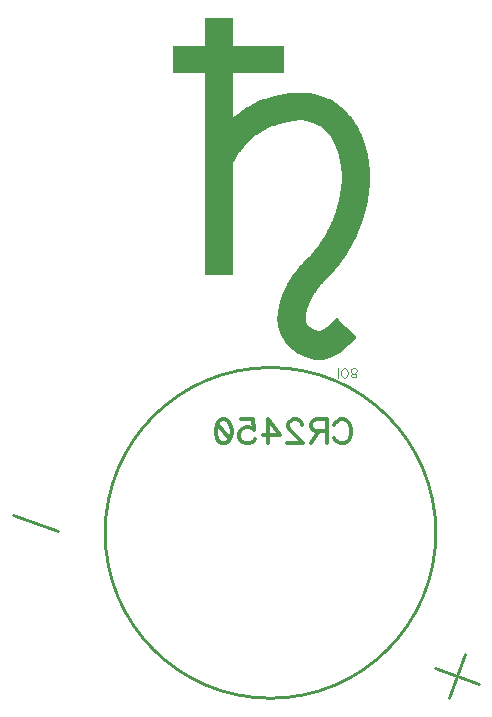
<source format=gbo>
G04 DipTrace 2.3.1.0*
%INBottomSilk.gbr*%
%MOMM*%
%ADD10C,0.25*%
%ADD12C,0.076*%
%ADD117C,0.118*%
%ADD118C,0.314*%
%FSLAX53Y53*%
G04*
G71*
G90*
G75*
G01*
%LNBotSilk*%
%LPD*%
X18978Y29675D2*
D10*
X15216Y31045D1*
X50921Y18044D2*
X54683Y16681D1*
X52118Y15480D2*
X53486Y19245D1*
X23001Y29500D2*
G02X23001Y29500I13999J0D01*
G01*
X31428Y73114D2*
D12*
X33708D1*
X31428Y73038D2*
X33708D1*
X31428Y72962D2*
X33708D1*
X31428Y72886D2*
X33708D1*
X31428Y72810D2*
X33708D1*
X31428Y72734D2*
X33708D1*
X31428Y72658D2*
X33708D1*
X31428Y72582D2*
X33708D1*
X31428Y72506D2*
X33708D1*
X31428Y72430D2*
X33708D1*
X31428Y72354D2*
X33708D1*
X31428Y72278D2*
X33708D1*
X31428Y72202D2*
X33708D1*
X31428Y72126D2*
X33708D1*
X31428Y72050D2*
X33708D1*
X31428Y71974D2*
X33708D1*
X31428Y71898D2*
X33708D1*
X31428Y71822D2*
X33708D1*
X31428Y71746D2*
X33708D1*
X31428Y71670D2*
X33708D1*
X31428Y71594D2*
X33708D1*
X31428Y71518D2*
X33708D1*
X31428Y71442D2*
X33708D1*
X31428Y71366D2*
X33708D1*
X31428Y71290D2*
X33708D1*
X31428Y71214D2*
X33708D1*
X31428Y71138D2*
X33708D1*
X31428Y71062D2*
X33708D1*
X31428Y70986D2*
X33708D1*
X31428Y70910D2*
X33708D1*
X31428Y70834D2*
X33708D1*
X31428Y70758D2*
X33708D1*
X28768Y70682D2*
X38040D1*
X28768Y70606D2*
X38040D1*
X28768Y70530D2*
X38040D1*
X28768Y70454D2*
X38040D1*
X28768Y70378D2*
X38040D1*
X28768Y70302D2*
X38040D1*
X28768Y70226D2*
X38040D1*
X28768Y70150D2*
X38040D1*
X28768Y70074D2*
X38040D1*
X28768Y69998D2*
X38040D1*
X28768Y69922D2*
X38040D1*
X28768Y69846D2*
X38040D1*
X28768Y69770D2*
X38040D1*
X28768Y69694D2*
X38040D1*
X28768Y69618D2*
X38040D1*
X28768Y69542D2*
X38040D1*
X28768Y69466D2*
X38040D1*
X28768Y69390D2*
X38040D1*
X28768Y69314D2*
X38040D1*
X28768Y69238D2*
X38040D1*
X28768Y69162D2*
X38040D1*
X28768Y69086D2*
X38040D1*
X28768Y69010D2*
X38040D1*
X28768Y68934D2*
X38040D1*
X28768Y68858D2*
X38040D1*
X28768Y68782D2*
X38040D1*
X28768Y68706D2*
X38040D1*
X28768Y68630D2*
X38040D1*
X28768Y68554D2*
X38040D1*
X28768Y68478D2*
X38040D1*
X31428Y68402D2*
X33708D1*
X31428Y68326D2*
X33708D1*
X31428Y68250D2*
X33708D1*
X31428Y68174D2*
X33708D1*
X31428Y68098D2*
X33708D1*
X31428Y68022D2*
X33708D1*
X31428Y67946D2*
X33708D1*
X31428Y67870D2*
X33708D1*
X31428Y67794D2*
X33708D1*
X31428Y67718D2*
X33708D1*
X31428Y67642D2*
X33708D1*
X31428Y67566D2*
X33708D1*
X31428Y67490D2*
X33708D1*
X31428Y67414D2*
X33708D1*
X31428Y67338D2*
X33708D1*
X31428Y67262D2*
X33708D1*
X31428Y67186D2*
X33708D1*
X31428Y67110D2*
X33708D1*
X31428Y67034D2*
X33708D1*
X31428Y66958D2*
X33708D1*
X31428Y66882D2*
X33708D1*
X31428Y66806D2*
X33708D1*
X31428Y66730D2*
X33708D1*
X38572D2*
X40244D1*
X31428Y66654D2*
X33708D1*
X38137D2*
X40603D1*
X31428Y66578D2*
X33708D1*
X37745D2*
X40919D1*
X31428Y66502D2*
X33708D1*
X37396D2*
X41192D1*
X31428Y66426D2*
X33708D1*
X37083D2*
X41429D1*
X31428Y66350D2*
X33708D1*
X36804D2*
X41636D1*
X31428Y66274D2*
X33708D1*
X36559D2*
X41817D1*
X31428Y66198D2*
X33708D1*
X36345D2*
X41980D1*
X31428Y66122D2*
X33708D1*
X36152D2*
X42127D1*
X31428Y66046D2*
X33708D1*
X35970D2*
X42261D1*
X31428Y65970D2*
X33708D1*
X35802D2*
X42382D1*
X31428Y65894D2*
X33708D1*
X35653D2*
X42492D1*
X31428Y65818D2*
X33708D1*
X35512D2*
X42597D1*
X31428Y65742D2*
X33708D1*
X35373D2*
X42700D1*
X31428Y65666D2*
X33708D1*
X35236D2*
X42800D1*
X31428Y65590D2*
X33708D1*
X35108D2*
X42891D1*
X31428Y65514D2*
X33708D1*
X34987D2*
X42974D1*
X31428Y65438D2*
X33708D1*
X34869D2*
X43054D1*
X31428Y65362D2*
X33708D1*
X34754D2*
X43131D1*
X31428Y65286D2*
X33708D1*
X34640D2*
X43208D1*
X31428Y65210D2*
X33708D1*
X34528D2*
X43284D1*
X31428Y65134D2*
X33708D1*
X34421D2*
X43360D1*
X31428Y65058D2*
X33708D1*
X34318D2*
X43436D1*
X31428Y64982D2*
X33708D1*
X34215D2*
X43512D1*
X31428Y64906D2*
X33708D1*
X34116D2*
X43588D1*
X31428Y64830D2*
X33711D1*
X34022D2*
X43661D1*
X31428Y64754D2*
X33723D1*
X33927D2*
X43727D1*
X31428Y64678D2*
X33749D1*
X33821D2*
X43785D1*
X31428Y64602D2*
X43841D1*
X31428Y64526D2*
X43901D1*
X31428Y64450D2*
X38909D1*
X39983D2*
X43960D1*
X31428Y64374D2*
X38456D1*
X40287D2*
X44012D1*
X31428Y64298D2*
X38069D1*
X40535D2*
X44058D1*
X31428Y64222D2*
X37749D1*
X40735D2*
X44102D1*
X31428Y64146D2*
X37484D1*
X40900D2*
X44148D1*
X31428Y64070D2*
X37263D1*
X41040D2*
X44198D1*
X31428Y63994D2*
X37069D1*
X41164D2*
X44244D1*
X31428Y63918D2*
X36892D1*
X41273D2*
X44287D1*
X31428Y63842D2*
X36733D1*
X41368D2*
X44327D1*
X31428Y63766D2*
X36584D1*
X41453D2*
X44366D1*
X31428Y63690D2*
X36440D1*
X41533D2*
X44405D1*
X31428Y63614D2*
X36302D1*
X41611D2*
X44443D1*
X31428Y63538D2*
X36173D1*
X41688D2*
X44481D1*
X31428Y63462D2*
X36051D1*
X41764D2*
X44519D1*
X31428Y63386D2*
X35934D1*
X41840D2*
X44557D1*
X31428Y63310D2*
X35821D1*
X41913D2*
X44592D1*
X31428Y63234D2*
X35716D1*
X41979D2*
X44623D1*
X31428Y63158D2*
X35623D1*
X42037D2*
X44650D1*
X31428Y63082D2*
X35538D1*
X42091D2*
X44680D1*
X31428Y63006D2*
X35455D1*
X42143D2*
X44713D1*
X31428Y62930D2*
X35368D1*
X42192D2*
X44746D1*
X31428Y62854D2*
X35273D1*
X42235D2*
X44776D1*
X31428Y62778D2*
X35178D1*
X42275D2*
X44802D1*
X31428Y62702D2*
X35089D1*
X42314D2*
X44829D1*
X31428Y62626D2*
X35008D1*
X42353D2*
X44855D1*
X31428Y62550D2*
X34939D1*
X42391D2*
X44879D1*
X31428Y62474D2*
X34880D1*
X42429D2*
X44905D1*
X31428Y62398D2*
X34823D1*
X42464D2*
X44931D1*
X31428Y62322D2*
X34760D1*
X42495D2*
X44955D1*
X31428Y62246D2*
X34694D1*
X42522D2*
X44981D1*
X31428Y62170D2*
X34631D1*
X42552D2*
X45004D1*
X31428Y62094D2*
X34574D1*
X42585D2*
X45022D1*
X31428Y62018D2*
X34518D1*
X42618D2*
X45039D1*
X31428Y61942D2*
X34455D1*
X42648D2*
X45061D1*
X31428Y61866D2*
X34387D1*
X42674D2*
X45082D1*
X31428Y61790D2*
X34317D1*
X42701D2*
X45098D1*
X31428Y61714D2*
X34252D1*
X42724D2*
X45115D1*
X31428Y61638D2*
X34198D1*
X42742D2*
X45137D1*
X31428Y61562D2*
X34151D1*
X42759D2*
X45158D1*
X31428Y61486D2*
X34107D1*
X42781D2*
X45171D1*
X31428Y61410D2*
X34060D1*
X42802D2*
X45179D1*
X31428Y61334D2*
X34010D1*
X42818D2*
X45185D1*
X31428Y61258D2*
X33964D1*
X42835D2*
X45196D1*
X31428Y61182D2*
X33921D1*
X42857D2*
X45215D1*
X31428Y61106D2*
X33878D1*
X42878D2*
X45234D1*
X31428Y61030D2*
X33832D1*
X42891D2*
X45248D1*
X31428Y60954D2*
X33785D1*
X42899D2*
X45255D1*
X31428Y60878D2*
X33749D1*
X42905D2*
X45258D1*
X31428Y60802D2*
X33727D1*
X42916D2*
X45259D1*
X31428Y60726D2*
X33716D1*
X42935D2*
X45263D1*
X31428Y60650D2*
X33711D1*
X42954D2*
X45273D1*
X31428Y60574D2*
X33709D1*
X42968D2*
X45291D1*
X31428Y60498D2*
X33708D1*
X42975D2*
X45310D1*
X31428Y60422D2*
X33708D1*
X42978D2*
X45324D1*
X31428Y60346D2*
X33708D1*
X42982D2*
X45331D1*
X31428Y60270D2*
X33708D1*
X42992D2*
X45334D1*
X31428Y60194D2*
X33708D1*
X43011D2*
X45335D1*
X31428Y60118D2*
X33708D1*
X43030D2*
X45336D1*
X31428Y60042D2*
X33708D1*
X43044D2*
X45336D1*
X31428Y59966D2*
X33708D1*
X43051D2*
X45336D1*
X31428Y59890D2*
X33708D1*
X43054D2*
X45336D1*
X31428Y59814D2*
X33708D1*
X43055D2*
X45336D1*
X31428Y59738D2*
X33708D1*
X43056D2*
X45336D1*
X31428Y59662D2*
X33708D1*
X43056D2*
X45336D1*
X31428Y59586D2*
X33708D1*
X43056D2*
X45336D1*
X31428Y59510D2*
X33708D1*
X43056D2*
X45336D1*
X31428Y59434D2*
X33708D1*
X43056D2*
X45336D1*
X31428Y59358D2*
X33708D1*
X43056D2*
X45336D1*
X31428Y59282D2*
X33708D1*
X43053D2*
X45336D1*
X31428Y59206D2*
X33708D1*
X43043D2*
X45336D1*
X31428Y59130D2*
X33708D1*
X43025D2*
X45336D1*
X31428Y59054D2*
X33708D1*
X43006D2*
X45336D1*
X31428Y58978D2*
X33708D1*
X42992D2*
X45336D1*
X31428Y58902D2*
X33708D1*
X42985D2*
X45333D1*
X31428Y58826D2*
X33708D1*
X42982D2*
X45323D1*
X31428Y58750D2*
X33708D1*
X42978D2*
X45305D1*
X31428Y58674D2*
X33708D1*
X42968D2*
X45286D1*
X31428Y58598D2*
X33708D1*
X42949D2*
X45272D1*
X31428Y58522D2*
X33708D1*
X42930D2*
X45265D1*
X31428Y58446D2*
X33708D1*
X42916D2*
X45262D1*
X31428Y58370D2*
X33708D1*
X42909D2*
X45261D1*
X31428Y58294D2*
X33708D1*
X42906D2*
X45260D1*
X31428Y58218D2*
X33708D1*
X42902D2*
X45257D1*
X31428Y58142D2*
X33708D1*
X42892D2*
X45247D1*
X31428Y58066D2*
X33708D1*
X42873D2*
X45229D1*
X31428Y57990D2*
X33708D1*
X42854D2*
X45210D1*
X31428Y57914D2*
X33708D1*
X42840D2*
X45196D1*
X31428Y57838D2*
X33708D1*
X42830D2*
X45189D1*
X31428Y57762D2*
X33708D1*
X42817D2*
X45183D1*
X31428Y57686D2*
X33708D1*
X42798D2*
X45172D1*
X31428Y57610D2*
X33708D1*
X42775D2*
X45153D1*
X31428Y57534D2*
X33708D1*
X42752D2*
X45134D1*
X31428Y57458D2*
X33708D1*
X42727D2*
X45120D1*
X31428Y57382D2*
X33708D1*
X42704D2*
X45110D1*
X31428Y57306D2*
X33708D1*
X42686D2*
X45097D1*
X31428Y57230D2*
X33708D1*
X42669D2*
X45078D1*
X31428Y57154D2*
X33708D1*
X42647D2*
X45058D1*
X31428Y57078D2*
X33708D1*
X42624D2*
X45042D1*
X31428Y57002D2*
X33708D1*
X42600D2*
X45025D1*
X31428Y56926D2*
X33708D1*
X42575D2*
X45003D1*
X31428Y56850D2*
X33708D1*
X42552D2*
X44979D1*
X31428Y56774D2*
X33708D1*
X42534D2*
X44956D1*
X31428Y56698D2*
X33708D1*
X42517D2*
X44930D1*
X31428Y56622D2*
X33708D1*
X42492D2*
X44905D1*
X31428Y56546D2*
X33708D1*
X42462D2*
X44881D1*
X31428Y56470D2*
X33708D1*
X42430D2*
X44855D1*
X31428Y56394D2*
X33708D1*
X42400D2*
X44832D1*
X31428Y56318D2*
X33708D1*
X42374D2*
X44814D1*
X31428Y56242D2*
X33708D1*
X42347D2*
X44797D1*
X31428Y56166D2*
X33708D1*
X42321D2*
X44775D1*
X31428Y56090D2*
X33708D1*
X42296D2*
X44752D1*
X31428Y56014D2*
X33708D1*
X42268D2*
X44728D1*
X31428Y55938D2*
X33708D1*
X42235D2*
X44702D1*
X31428Y55862D2*
X33708D1*
X42199D2*
X44677D1*
X31428Y55786D2*
X33708D1*
X42162D2*
X44652D1*
X31428Y55710D2*
X33708D1*
X42125D2*
X44624D1*
X31428Y55634D2*
X33708D1*
X42087D2*
X44591D1*
X31428Y55558D2*
X33708D1*
X42049D2*
X44558D1*
X31428Y55482D2*
X33708D1*
X42011D2*
X44528D1*
X31428Y55406D2*
X33708D1*
X41973D2*
X44502D1*
X31428Y55330D2*
X33708D1*
X41935D2*
X44475D1*
X31428Y55254D2*
X33708D1*
X41897D2*
X44449D1*
X31428Y55178D2*
X33708D1*
X41859D2*
X44424D1*
X31428Y55102D2*
X33708D1*
X41821D2*
X44396D1*
X31428Y55026D2*
X33708D1*
X41783D2*
X44363D1*
X31428Y54950D2*
X33708D1*
X41745D2*
X44327D1*
X31428Y54874D2*
X33708D1*
X41707D2*
X44291D1*
X31428Y54798D2*
X33708D1*
X41669D2*
X44255D1*
X31428Y54722D2*
X33708D1*
X41628D2*
X44225D1*
X31428Y54646D2*
X33708D1*
X41583D2*
X44198D1*
X31428Y54570D2*
X33708D1*
X41534D2*
X44168D1*
X31428Y54494D2*
X33708D1*
X41485D2*
X44135D1*
X31428Y54418D2*
X33708D1*
X41435D2*
X44099D1*
X31428Y54342D2*
X33708D1*
X41383D2*
X44060D1*
X31428Y54266D2*
X33708D1*
X41333D2*
X44015D1*
X31428Y54190D2*
X33708D1*
X41283D2*
X43966D1*
X31428Y54114D2*
X33708D1*
X41231D2*
X43920D1*
X31428Y54038D2*
X33708D1*
X41181D2*
X43877D1*
X31428Y53962D2*
X33708D1*
X41128D2*
X43837D1*
X31428Y53886D2*
X33708D1*
X41070D2*
X43798D1*
X31428Y53810D2*
X33708D1*
X41011D2*
X43759D1*
X31428Y53734D2*
X33708D1*
X40957D2*
X43721D1*
X31428Y53658D2*
X33708D1*
X40902D2*
X43680D1*
X31428Y53582D2*
X33708D1*
X40840D2*
X43635D1*
X31428Y53506D2*
X33708D1*
X40774D2*
X43586D1*
X31428Y53430D2*
X33708D1*
X40710D2*
X43540D1*
X31428Y53354D2*
X33708D1*
X40654D2*
X43497D1*
X31428Y53278D2*
X33708D1*
X40598D2*
X43454D1*
X31428Y53202D2*
X33708D1*
X40535D2*
X43408D1*
X31428Y53126D2*
X33708D1*
X40467D2*
X43358D1*
X31428Y53050D2*
X33708D1*
X40394D2*
X43309D1*
X31428Y52974D2*
X33708D1*
X40317D2*
X43259D1*
X31428Y52898D2*
X33708D1*
X40234D2*
X43207D1*
X31428Y52822D2*
X33708D1*
X40150D2*
X43157D1*
X31428Y52746D2*
X33708D1*
X40072D2*
X43104D1*
X31428Y52670D2*
X33708D1*
X40003D2*
X43046D1*
X31428Y52594D2*
X33708D1*
X39933D2*
X42987D1*
X31428Y52518D2*
X33708D1*
X39861D2*
X42933D1*
X31428Y52442D2*
X33708D1*
X39787D2*
X42878D1*
X31428Y52366D2*
X33708D1*
X39711D2*
X42818D1*
X31428Y52290D2*
X33708D1*
X39636D2*
X42759D1*
X31428Y52214D2*
X33708D1*
X39563D2*
X42705D1*
X31428Y52138D2*
X33708D1*
X39497D2*
X42650D1*
X31428Y52062D2*
X33708D1*
X39439D2*
X42588D1*
X31428Y51986D2*
X33708D1*
X39383D2*
X42522D1*
X31428Y51910D2*
X33708D1*
X39323D2*
X42458D1*
X31428Y51834D2*
X33708D1*
X39263D2*
X42402D1*
X31428Y51758D2*
X33708D1*
X39209D2*
X42346D1*
X31428Y51682D2*
X33708D1*
X39154D2*
X42283D1*
X31428Y51606D2*
X33708D1*
X39092D2*
X42215D1*
X31428Y51530D2*
X33708D1*
X39026D2*
X42142D1*
X31428Y51454D2*
X33708D1*
X38962D2*
X42067D1*
X31428Y51378D2*
X33708D1*
X38906D2*
X41992D1*
X38853Y51302D2*
X41916D1*
X38800Y51226D2*
X41840D1*
X38750Y51150D2*
X41764D1*
X38699Y51074D2*
X41688D1*
X38648Y50998D2*
X41612D1*
X38600Y50922D2*
X41536D1*
X38557Y50846D2*
X41460D1*
X38517Y50770D2*
X41387D1*
X38478Y50694D2*
X41321D1*
X38439Y50618D2*
X41263D1*
X38401Y50542D2*
X41206D1*
X38363Y50466D2*
X41144D1*
X38325Y50390D2*
X41075D1*
X38287Y50314D2*
X41005D1*
X38249Y50238D2*
X40940D1*
X38211Y50162D2*
X40883D1*
X38173Y50086D2*
X40829D1*
X38135Y50010D2*
X40776D1*
X38097Y49934D2*
X40726D1*
X38059Y49858D2*
X40675D1*
X38024Y49782D2*
X40624D1*
X37993Y49706D2*
X40576D1*
X37966Y49630D2*
X40533D1*
X37939Y49554D2*
X40493D1*
X37913Y49478D2*
X40454D1*
X37889Y49402D2*
X40415D1*
X37863Y49326D2*
X40377D1*
X37840Y49250D2*
X40339D1*
X37822Y49174D2*
X40301D1*
X37805Y49098D2*
X40263D1*
X37783Y49022D2*
X40228D1*
X37762Y48946D2*
X40197D1*
X37748Y48870D2*
X40170D1*
X37738Y48794D2*
X40140D1*
X37726Y48718D2*
X40107D1*
X37706Y48642D2*
X40074D1*
X37686Y48566D2*
X40047D1*
X37673Y48490D2*
X40028D1*
X37665Y48414D2*
X40010D1*
X37662Y48338D2*
X39988D1*
X37658Y48262D2*
X39967D1*
X37648Y48186D2*
X39953D1*
X37629Y48110D2*
X39945D1*
X37610Y48034D2*
X39942D1*
X37596Y47958D2*
X39941D1*
X37589Y47882D2*
X39940D1*
X37586Y47806D2*
X39940D1*
X37585Y47730D2*
X39940D1*
X37584Y47654D2*
X39940D1*
X42524D2*
X42600D1*
X37584Y47578D2*
X39940D1*
X42448D2*
X42676D1*
X37584Y47502D2*
X39940D1*
X42372D2*
X42752D1*
X37587Y47426D2*
X39943D1*
X42296D2*
X42828D1*
X37597Y47350D2*
X39956D1*
X42220D2*
X42904D1*
X37615Y47274D2*
X39986D1*
X42144D2*
X42980D1*
X37634Y47198D2*
X40034D1*
X42068D2*
X43056D1*
X37648Y47122D2*
X40091D1*
X41989D2*
X43135D1*
X37658Y47046D2*
X40153D1*
X41903D2*
X43221D1*
X37671Y46970D2*
X40226D1*
X41809D2*
X43315D1*
X37690Y46894D2*
X40310D1*
X41711D2*
X43410D1*
X37710Y46818D2*
X40407D1*
X41610D2*
X43500D1*
X37726Y46742D2*
X40535D1*
X41491D2*
X43583D1*
X37744Y46666D2*
X40733D1*
X41322D2*
X43662D1*
X37768Y46590D2*
X41029D1*
X41074D2*
X43739D1*
X37798Y46514D2*
X43816D1*
X37830Y46438D2*
X43892D1*
X37860Y46362D2*
X43968D1*
X37886Y46286D2*
X44041D1*
X37916Y46210D2*
X44104D1*
X37952Y46134D2*
X44155D1*
X37997Y46058D2*
X44170D1*
X38052Y45982D2*
X44149D1*
X38110Y45906D2*
X44086D1*
X38163Y45830D2*
X44004D1*
X38216Y45754D2*
X43914D1*
X38268Y45678D2*
X43827D1*
X38319Y45602D2*
X43745D1*
X38372Y45526D2*
X43666D1*
X38434Y45450D2*
X43588D1*
X38505Y45374D2*
X43509D1*
X38587Y45298D2*
X43423D1*
X38680Y45222D2*
X43329D1*
X38775Y45146D2*
X43231D1*
X38867Y45070D2*
X43132D1*
X38962Y44994D2*
X43030D1*
X39070Y44918D2*
X42929D1*
X39188Y44842D2*
X42826D1*
X39310Y44766D2*
X42714D1*
X39437Y44690D2*
X42593D1*
X39577Y44614D2*
X42468D1*
X39737Y44538D2*
X42327D1*
X39929Y44462D2*
X42157D1*
X40160Y44386D2*
X41950D1*
X40423Y44310D2*
X41713D1*
X40700Y44234D2*
X41460D1*
X31428Y73114D2*
Y73038D1*
Y72962D1*
Y72886D1*
Y72810D1*
Y72734D1*
Y72658D1*
Y72582D1*
Y72506D1*
Y72430D1*
Y72354D1*
Y72278D1*
Y72202D1*
Y72126D1*
Y72050D1*
Y71974D1*
Y71898D1*
Y71822D1*
Y71746D1*
Y71670D1*
Y71594D1*
Y71518D1*
Y71442D1*
Y71366D1*
Y71290D1*
Y71214D1*
Y71138D1*
Y71062D1*
Y70986D1*
Y70910D1*
Y70834D1*
Y70758D1*
Y70682D1*
X33708Y73114D2*
Y73038D1*
Y72962D1*
Y72886D1*
Y72810D1*
Y72734D1*
Y72658D1*
Y72582D1*
Y72506D1*
Y72430D1*
Y72354D1*
Y72278D1*
Y72202D1*
Y72126D1*
Y72050D1*
Y71974D1*
Y71898D1*
Y71822D1*
Y71746D1*
Y71670D1*
Y71594D1*
Y71518D1*
Y71442D1*
Y71366D1*
Y71290D1*
Y71214D1*
Y71138D1*
Y71062D1*
Y70986D1*
Y70910D1*
Y70834D1*
Y70758D1*
Y70682D1*
X28768D2*
Y70606D1*
Y70530D1*
Y70454D1*
Y70378D1*
Y70302D1*
Y70226D1*
Y70150D1*
Y70074D1*
Y69998D1*
Y69922D1*
Y69846D1*
Y69770D1*
Y69694D1*
Y69618D1*
Y69542D1*
Y69466D1*
Y69390D1*
Y69314D1*
Y69238D1*
Y69162D1*
Y69086D1*
Y69010D1*
Y68934D1*
Y68858D1*
Y68782D1*
Y68706D1*
Y68630D1*
Y68554D1*
Y68478D1*
X38040Y70682D2*
Y70606D1*
Y70530D1*
Y70454D1*
Y70378D1*
Y70302D1*
Y70226D1*
Y70150D1*
Y70074D1*
Y69998D1*
Y69922D1*
Y69846D1*
Y69770D1*
Y69694D1*
Y69618D1*
Y69542D1*
Y69466D1*
Y69390D1*
Y69314D1*
Y69238D1*
Y69162D1*
Y69086D1*
Y69010D1*
Y68934D1*
Y68858D1*
Y68782D1*
Y68706D1*
Y68630D1*
Y68554D1*
Y68478D1*
X31428D2*
Y68402D1*
Y68326D1*
Y68250D1*
Y68174D1*
Y68098D1*
Y68022D1*
Y67946D1*
Y67870D1*
Y67794D1*
Y67718D1*
Y67642D1*
Y67566D1*
Y67490D1*
Y67414D1*
Y67338D1*
Y67262D1*
Y67186D1*
Y67110D1*
Y67034D1*
Y66958D1*
Y66882D1*
Y66806D1*
Y66730D1*
Y66654D1*
Y66578D1*
Y66502D1*
Y66426D1*
Y66350D1*
Y66274D1*
Y66198D1*
Y66122D1*
Y66046D1*
Y65970D1*
Y65894D1*
Y65818D1*
Y65742D1*
Y65666D1*
Y65590D1*
Y65514D1*
Y65438D1*
Y65362D1*
Y65286D1*
Y65210D1*
Y65134D1*
Y65058D1*
Y64982D1*
Y64906D1*
Y64830D1*
Y64754D1*
Y64678D1*
Y64602D1*
Y64526D1*
Y64450D1*
Y64374D1*
Y64298D1*
Y64222D1*
Y64146D1*
Y64070D1*
Y63994D1*
Y63918D1*
Y63842D1*
Y63766D1*
Y63690D1*
Y63614D1*
Y63538D1*
Y63462D1*
Y63386D1*
Y63310D1*
Y63234D1*
Y63158D1*
Y63082D1*
Y63006D1*
Y62930D1*
Y62854D1*
Y62778D1*
Y62702D1*
Y62626D1*
Y62550D1*
Y62474D1*
Y62398D1*
Y62322D1*
Y62246D1*
Y62170D1*
Y62094D1*
Y62018D1*
Y61942D1*
Y61866D1*
Y61790D1*
Y61714D1*
Y61638D1*
Y61562D1*
Y61486D1*
Y61410D1*
Y61334D1*
Y61258D1*
Y61182D1*
Y61106D1*
Y61030D1*
Y60954D1*
Y60878D1*
Y60802D1*
Y60726D1*
Y60650D1*
Y60574D1*
Y60498D1*
Y60422D1*
Y60346D1*
Y60270D1*
Y60194D1*
Y60118D1*
Y60042D1*
Y59966D1*
Y59890D1*
Y59814D1*
Y59738D1*
Y59662D1*
Y59586D1*
Y59510D1*
Y59434D1*
Y59358D1*
Y59282D1*
Y59206D1*
Y59130D1*
Y59054D1*
Y58978D1*
Y58902D1*
Y58826D1*
Y58750D1*
Y58674D1*
Y58598D1*
Y58522D1*
Y58446D1*
Y58370D1*
Y58294D1*
Y58218D1*
Y58142D1*
Y58066D1*
Y57990D1*
Y57914D1*
Y57838D1*
Y57762D1*
Y57686D1*
Y57610D1*
Y57534D1*
Y57458D1*
Y57382D1*
Y57306D1*
Y57230D1*
Y57154D1*
Y57078D1*
Y57002D1*
Y56926D1*
Y56850D1*
Y56774D1*
Y56698D1*
Y56622D1*
Y56546D1*
Y56470D1*
Y56394D1*
Y56318D1*
Y56242D1*
Y56166D1*
Y56090D1*
Y56014D1*
Y55938D1*
Y55862D1*
Y55786D1*
Y55710D1*
Y55634D1*
Y55558D1*
Y55482D1*
Y55406D1*
Y55330D1*
Y55254D1*
Y55178D1*
Y55102D1*
Y55026D1*
Y54950D1*
Y54874D1*
Y54798D1*
Y54722D1*
Y54646D1*
Y54570D1*
Y54494D1*
Y54418D1*
Y54342D1*
Y54266D1*
Y54190D1*
Y54114D1*
Y54038D1*
Y53962D1*
Y53886D1*
Y53810D1*
Y53734D1*
Y53658D1*
Y53582D1*
Y53506D1*
Y53430D1*
Y53354D1*
Y53278D1*
Y53202D1*
Y53126D1*
Y53050D1*
Y52974D1*
Y52898D1*
Y52822D1*
Y52746D1*
Y52670D1*
Y52594D1*
Y52518D1*
Y52442D1*
Y52366D1*
Y52290D1*
Y52214D1*
Y52138D1*
Y52062D1*
Y51986D1*
Y51910D1*
Y51834D1*
Y51758D1*
Y51682D1*
Y51606D1*
Y51530D1*
Y51454D1*
Y51378D1*
X33708Y68478D2*
Y68402D1*
Y68326D1*
Y68250D1*
Y68174D1*
Y68098D1*
Y68022D1*
Y67946D1*
Y67870D1*
Y67794D1*
Y67718D1*
Y67642D1*
Y67566D1*
Y67490D1*
Y67414D1*
Y67338D1*
Y67262D1*
Y67186D1*
Y67110D1*
Y67034D1*
Y66958D1*
Y66882D1*
Y66806D1*
Y66730D1*
Y66654D1*
Y66578D1*
Y66502D1*
Y66426D1*
Y66350D1*
Y66274D1*
Y66198D1*
Y66122D1*
Y66046D1*
Y65970D1*
Y65894D1*
Y65818D1*
Y65742D1*
Y65666D1*
Y65590D1*
Y65514D1*
Y65438D1*
Y65362D1*
Y65286D1*
Y65210D1*
Y65134D1*
Y65058D1*
Y64982D1*
Y64906D1*
X33711Y64830D1*
X33723Y64754D1*
X33749Y64678D1*
X33784Y64602D1*
X38572Y66730D2*
X38137Y66654D1*
X37745Y66578D1*
X37396Y66502D1*
X37083Y66426D1*
X36804Y66350D1*
X36559Y66274D1*
X36345Y66198D1*
X36152Y66122D1*
X35970Y66046D1*
X35802Y65970D1*
X35653Y65894D1*
X35512Y65818D1*
X35373Y65742D1*
X35236Y65666D1*
X35108Y65590D1*
X34987Y65514D1*
X34869Y65438D1*
X34754Y65362D1*
X34640Y65286D1*
X34528Y65210D1*
X34421Y65134D1*
X34318Y65058D1*
X34215Y64982D1*
X34116Y64906D1*
X34022Y64830D1*
X33927Y64754D1*
X33821Y64678D1*
X33708Y64602D1*
X40244Y66730D2*
X40603Y66654D1*
X40919Y66578D1*
X41192Y66502D1*
X41429Y66426D1*
X41636Y66350D1*
X41817Y66274D1*
X41980Y66198D1*
X42127Y66122D1*
X42261Y66046D1*
X42382Y65970D1*
X42492Y65894D1*
X42597Y65818D1*
X42700Y65742D1*
X42800Y65666D1*
X42891Y65590D1*
X42974Y65514D1*
X43054Y65438D1*
X43131Y65362D1*
X43208Y65286D1*
X43284Y65210D1*
X43360Y65134D1*
X43436Y65058D1*
X43512Y64982D1*
X43588Y64906D1*
X43661Y64830D1*
X43727Y64754D1*
X43785Y64678D1*
X43841Y64602D1*
X43901Y64526D1*
X43960Y64450D1*
X44012Y64374D1*
X44058Y64298D1*
X44102Y64222D1*
X44148Y64146D1*
X44198Y64070D1*
X44244Y63994D1*
X44287Y63918D1*
X44327Y63842D1*
X44366Y63766D1*
X44405Y63690D1*
X44443Y63614D1*
X44481Y63538D1*
X44519Y63462D1*
X44557Y63386D1*
X44592Y63310D1*
X44623Y63234D1*
X44650Y63158D1*
X44680Y63082D1*
X44713Y63006D1*
X44746Y62930D1*
X44776Y62854D1*
X44802Y62778D1*
X44829Y62702D1*
X44855Y62626D1*
X44879Y62550D1*
X44905Y62474D1*
X44931Y62398D1*
X44955Y62322D1*
X44981Y62246D1*
X45004Y62170D1*
X45022Y62094D1*
X45039Y62018D1*
X45061Y61942D1*
X45082Y61866D1*
X45098Y61790D1*
X45115Y61714D1*
X45137Y61638D1*
X45158Y61562D1*
X45171Y61486D1*
X45179Y61410D1*
X45185Y61334D1*
X45196Y61258D1*
X45215Y61182D1*
X45234Y61106D1*
X45248Y61030D1*
X45255Y60954D1*
X45258Y60878D1*
X45259Y60802D1*
X45263Y60726D1*
X45273Y60650D1*
X45291Y60574D1*
X45310Y60498D1*
X45324Y60422D1*
X45331Y60346D1*
X45334Y60270D1*
X45335Y60194D1*
X45336Y60118D1*
Y60042D1*
Y59966D1*
Y59890D1*
Y59814D1*
Y59738D1*
Y59662D1*
Y59586D1*
Y59510D1*
Y59434D1*
Y59358D1*
Y59282D1*
Y59206D1*
Y59130D1*
Y59054D1*
Y58978D1*
X45333Y58902D1*
X45323Y58826D1*
X45305Y58750D1*
X45286Y58674D1*
X45272Y58598D1*
X45265Y58522D1*
X45262Y58446D1*
X45261Y58370D1*
X45260Y58294D1*
X45257Y58218D1*
X45247Y58142D1*
X45229Y58066D1*
X45210Y57990D1*
X45196Y57914D1*
X45189Y57838D1*
X45183Y57762D1*
X45172Y57686D1*
X45153Y57610D1*
X45134Y57534D1*
X45120Y57458D1*
X45110Y57382D1*
X45097Y57306D1*
X45078Y57230D1*
X45058Y57154D1*
X45042Y57078D1*
X45025Y57002D1*
X45003Y56926D1*
X44979Y56850D1*
X44956Y56774D1*
X44930Y56698D1*
X44905Y56622D1*
X44881Y56546D1*
X44855Y56470D1*
X44832Y56394D1*
X44814Y56318D1*
X44797Y56242D1*
X44775Y56166D1*
X44752Y56090D1*
X44728Y56014D1*
X44702Y55938D1*
X44677Y55862D1*
X44652Y55786D1*
X44624Y55710D1*
X44591Y55634D1*
X44558Y55558D1*
X44528Y55482D1*
X44502Y55406D1*
X44475Y55330D1*
X44449Y55254D1*
X44424Y55178D1*
X44396Y55102D1*
X44363Y55026D1*
X44327Y54950D1*
X44291Y54874D1*
X44255Y54798D1*
X44225Y54722D1*
X44198Y54646D1*
X44168Y54570D1*
X44135Y54494D1*
X44099Y54418D1*
X44060Y54342D1*
X44015Y54266D1*
X43966Y54190D1*
X43920Y54114D1*
X43877Y54038D1*
X43837Y53962D1*
X43798Y53886D1*
X43759Y53810D1*
X43721Y53734D1*
X43680Y53658D1*
X43635Y53582D1*
X43586Y53506D1*
X43540Y53430D1*
X43497Y53354D1*
X43454Y53278D1*
X43408Y53202D1*
X43358Y53126D1*
X43309Y53050D1*
X43259Y52974D1*
X43207Y52898D1*
X43157Y52822D1*
X43104Y52746D1*
X43046Y52670D1*
X42987Y52594D1*
X42933Y52518D1*
X42878Y52442D1*
X42818Y52366D1*
X42759Y52290D1*
X42705Y52214D1*
X42650Y52138D1*
X42588Y52062D1*
X42522Y51986D1*
X42458Y51910D1*
X42402Y51834D1*
X42346Y51758D1*
X42283Y51682D1*
X42215Y51606D1*
X42142Y51530D1*
X42067Y51454D1*
X41992Y51378D1*
X41916Y51302D1*
X41840Y51226D1*
X41764Y51150D1*
X41688Y51074D1*
X41612Y50998D1*
X41536Y50922D1*
X41460Y50846D1*
X41387Y50770D1*
X41321Y50694D1*
X41263Y50618D1*
X41206Y50542D1*
X41144Y50466D1*
X41075Y50390D1*
X41005Y50314D1*
X40940Y50238D1*
X40883Y50162D1*
X40829Y50086D1*
X40776Y50010D1*
X40726Y49934D1*
X40675Y49858D1*
X40624Y49782D1*
X40576Y49706D1*
X40533Y49630D1*
X40493Y49554D1*
X40454Y49478D1*
X40415Y49402D1*
X40377Y49326D1*
X40339Y49250D1*
X40301Y49174D1*
X40263Y49098D1*
X40228Y49022D1*
X40197Y48946D1*
X40170Y48870D1*
X40140Y48794D1*
X40107Y48718D1*
X40074Y48642D1*
X40047Y48566D1*
X40028Y48490D1*
X40010Y48414D1*
X39988Y48338D1*
X39967Y48262D1*
X39953Y48186D1*
X39945Y48110D1*
X39942Y48034D1*
X39941Y47958D1*
X39940Y47882D1*
Y47806D1*
Y47730D1*
Y47654D1*
Y47578D1*
Y47502D1*
X39943Y47426D1*
X39956Y47350D1*
X39986Y47274D1*
X40034Y47198D1*
X40091Y47122D1*
X40153Y47046D1*
X40226Y46970D1*
X40310Y46894D1*
X40407Y46818D1*
X40535Y46742D1*
X40733Y46666D1*
X41029Y46590D1*
X41384Y46514D1*
X39408Y64526D2*
X38909Y64450D1*
X38456Y64374D1*
X38069Y64298D1*
X37749Y64222D1*
X37484Y64146D1*
X37263Y64070D1*
X37069Y63994D1*
X36892Y63918D1*
X36733Y63842D1*
X36584Y63766D1*
X36440Y63690D1*
X36302Y63614D1*
X36173Y63538D1*
X36051Y63462D1*
X35934Y63386D1*
X35821Y63310D1*
X35716Y63234D1*
X35623Y63158D1*
X35538Y63082D1*
X35455Y63006D1*
X35368Y62930D1*
X35273Y62854D1*
X35178Y62778D1*
X35089Y62702D1*
X35008Y62626D1*
X34939Y62550D1*
X34880Y62474D1*
X34823Y62398D1*
X34760Y62322D1*
X34694Y62246D1*
X34631Y62170D1*
X34574Y62094D1*
X34518Y62018D1*
X34455Y61942D1*
X34387Y61866D1*
X34317Y61790D1*
X34252Y61714D1*
X34198Y61638D1*
X34151Y61562D1*
X34107Y61486D1*
X34060Y61410D1*
X34010Y61334D1*
X33964Y61258D1*
X33921Y61182D1*
X33878Y61106D1*
X33832Y61030D1*
X33785Y60954D1*
X33749Y60878D1*
X33727Y60802D1*
X33716Y60726D1*
X33711Y60650D1*
X33709Y60574D1*
X33708Y60498D1*
Y60422D1*
Y60346D1*
Y60270D1*
Y60194D1*
Y60118D1*
Y60042D1*
Y59966D1*
Y59890D1*
Y59814D1*
Y59738D1*
Y59662D1*
Y59586D1*
Y59510D1*
Y59434D1*
Y59358D1*
Y59282D1*
Y59206D1*
Y59130D1*
Y59054D1*
Y58978D1*
Y58902D1*
Y58826D1*
Y58750D1*
Y58674D1*
Y58598D1*
Y58522D1*
Y58446D1*
Y58370D1*
Y58294D1*
Y58218D1*
Y58142D1*
Y58066D1*
Y57990D1*
Y57914D1*
Y57838D1*
Y57762D1*
Y57686D1*
Y57610D1*
Y57534D1*
Y57458D1*
Y57382D1*
Y57306D1*
Y57230D1*
Y57154D1*
Y57078D1*
Y57002D1*
Y56926D1*
Y56850D1*
Y56774D1*
Y56698D1*
Y56622D1*
Y56546D1*
Y56470D1*
Y56394D1*
Y56318D1*
Y56242D1*
Y56166D1*
Y56090D1*
Y56014D1*
Y55938D1*
Y55862D1*
Y55786D1*
Y55710D1*
Y55634D1*
Y55558D1*
Y55482D1*
Y55406D1*
Y55330D1*
Y55254D1*
Y55178D1*
Y55102D1*
Y55026D1*
Y54950D1*
Y54874D1*
Y54798D1*
Y54722D1*
Y54646D1*
Y54570D1*
Y54494D1*
Y54418D1*
Y54342D1*
Y54266D1*
Y54190D1*
Y54114D1*
Y54038D1*
Y53962D1*
Y53886D1*
Y53810D1*
Y53734D1*
Y53658D1*
Y53582D1*
Y53506D1*
Y53430D1*
Y53354D1*
Y53278D1*
Y53202D1*
Y53126D1*
Y53050D1*
Y52974D1*
Y52898D1*
Y52822D1*
Y52746D1*
Y52670D1*
Y52594D1*
Y52518D1*
Y52442D1*
Y52366D1*
Y52290D1*
Y52214D1*
Y52138D1*
Y52062D1*
Y51986D1*
Y51910D1*
Y51834D1*
Y51758D1*
Y51682D1*
Y51606D1*
Y51530D1*
Y51454D1*
Y51378D1*
X39636Y64526D2*
X39983Y64450D1*
X40287Y64374D1*
X40535Y64298D1*
X40735Y64222D1*
X40900Y64146D1*
X41040Y64070D1*
X41164Y63994D1*
X41273Y63918D1*
X41368Y63842D1*
X41453Y63766D1*
X41533Y63690D1*
X41611Y63614D1*
X41688Y63538D1*
X41764Y63462D1*
X41840Y63386D1*
X41913Y63310D1*
X41979Y63234D1*
X42037Y63158D1*
X42091Y63082D1*
X42143Y63006D1*
X42192Y62930D1*
X42235Y62854D1*
X42275Y62778D1*
X42314Y62702D1*
X42353Y62626D1*
X42391Y62550D1*
X42429Y62474D1*
X42464Y62398D1*
X42495Y62322D1*
X42522Y62246D1*
X42552Y62170D1*
X42585Y62094D1*
X42618Y62018D1*
X42648Y61942D1*
X42674Y61866D1*
X42701Y61790D1*
X42724Y61714D1*
X42742Y61638D1*
X42759Y61562D1*
X42781Y61486D1*
X42802Y61410D1*
X42818Y61334D1*
X42835Y61258D1*
X42857Y61182D1*
X42878Y61106D1*
X42891Y61030D1*
X42899Y60954D1*
X42905Y60878D1*
X42916Y60802D1*
X42935Y60726D1*
X42954Y60650D1*
X42968Y60574D1*
X42975Y60498D1*
X42978Y60422D1*
X42982Y60346D1*
X42992Y60270D1*
X43011Y60194D1*
X43030Y60118D1*
X43044Y60042D1*
X43051Y59966D1*
X43054Y59890D1*
X43055Y59814D1*
X43056Y59738D1*
Y59662D1*
Y59586D1*
Y59510D1*
Y59434D1*
Y59358D1*
X43053Y59282D1*
X43043Y59206D1*
X43025Y59130D1*
X43006Y59054D1*
X42992Y58978D1*
X42985Y58902D1*
X42982Y58826D1*
X42978Y58750D1*
X42968Y58674D1*
X42949Y58598D1*
X42930Y58522D1*
X42916Y58446D1*
X42909Y58370D1*
X42906Y58294D1*
X42902Y58218D1*
X42892Y58142D1*
X42873Y58066D1*
X42854Y57990D1*
X42840Y57914D1*
X42830Y57838D1*
X42817Y57762D1*
X42798Y57686D1*
X42775Y57610D1*
X42752Y57534D1*
X42727Y57458D1*
X42704Y57382D1*
X42686Y57306D1*
X42669Y57230D1*
X42647Y57154D1*
X42624Y57078D1*
X42600Y57002D1*
X42575Y56926D1*
X42552Y56850D1*
X42534Y56774D1*
X42517Y56698D1*
X42492Y56622D1*
X42462Y56546D1*
X42430Y56470D1*
X42400Y56394D1*
X42374Y56318D1*
X42347Y56242D1*
X42321Y56166D1*
X42296Y56090D1*
X42268Y56014D1*
X42235Y55938D1*
X42199Y55862D1*
X42162Y55786D1*
X42125Y55710D1*
X42087Y55634D1*
X42049Y55558D1*
X42011Y55482D1*
X41973Y55406D1*
X41935Y55330D1*
X41897Y55254D1*
X41859Y55178D1*
X41821Y55102D1*
X41783Y55026D1*
X41745Y54950D1*
X41707Y54874D1*
X41669Y54798D1*
X41628Y54722D1*
X41583Y54646D1*
X41534Y54570D1*
X41485Y54494D1*
X41435Y54418D1*
X41383Y54342D1*
X41333Y54266D1*
X41283Y54190D1*
X41231Y54114D1*
X41181Y54038D1*
X41128Y53962D1*
X41070Y53886D1*
X41011Y53810D1*
X40957Y53734D1*
X40902Y53658D1*
X40840Y53582D1*
X40774Y53506D1*
X40710Y53430D1*
X40654Y53354D1*
X40598Y53278D1*
X40535Y53202D1*
X40467Y53126D1*
X40394Y53050D1*
X40317Y52974D1*
X40234Y52898D1*
X40150Y52822D1*
X40072Y52746D1*
X40003Y52670D1*
X39933Y52594D1*
X39861Y52518D1*
X39787Y52442D1*
X39711Y52366D1*
X39636Y52290D1*
X39563Y52214D1*
X39497Y52138D1*
X39439Y52062D1*
X39383Y51986D1*
X39323Y51910D1*
X39263Y51834D1*
X39209Y51758D1*
X39154Y51682D1*
X39092Y51606D1*
X39026Y51530D1*
X38962Y51454D1*
X38906Y51378D1*
X38853Y51302D1*
X38800Y51226D1*
X38750Y51150D1*
X38699Y51074D1*
X38648Y50998D1*
X38600Y50922D1*
X38557Y50846D1*
X38517Y50770D1*
X38478Y50694D1*
X38439Y50618D1*
X38401Y50542D1*
X38363Y50466D1*
X38325Y50390D1*
X38287Y50314D1*
X38249Y50238D1*
X38211Y50162D1*
X38173Y50086D1*
X38135Y50010D1*
X38097Y49934D1*
X38059Y49858D1*
X38024Y49782D1*
X37993Y49706D1*
X37966Y49630D1*
X37939Y49554D1*
X37913Y49478D1*
X37889Y49402D1*
X37863Y49326D1*
X37840Y49250D1*
X37822Y49174D1*
X37805Y49098D1*
X37783Y49022D1*
X37762Y48946D1*
X37748Y48870D1*
X37738Y48794D1*
X37726Y48718D1*
X37706Y48642D1*
X37686Y48566D1*
X37673Y48490D1*
X37665Y48414D1*
X37662Y48338D1*
X37658Y48262D1*
X37648Y48186D1*
X37629Y48110D1*
X37610Y48034D1*
X37596Y47958D1*
X37589Y47882D1*
X37586Y47806D1*
X37585Y47730D1*
X37584Y47654D1*
Y47578D1*
Y47502D1*
X37587Y47426D1*
X37597Y47350D1*
X37615Y47274D1*
X37634Y47198D1*
X37648Y47122D1*
X37658Y47046D1*
X37671Y46970D1*
X37690Y46894D1*
X37710Y46818D1*
X37726Y46742D1*
X37744Y46666D1*
X37768Y46590D1*
X37798Y46514D1*
X37830Y46438D1*
X37860Y46362D1*
X37886Y46286D1*
X37916Y46210D1*
X37952Y46134D1*
X37997Y46058D1*
X38052Y45982D1*
X38110Y45906D1*
X38163Y45830D1*
X38216Y45754D1*
X38268Y45678D1*
X38319Y45602D1*
X38372Y45526D1*
X38434Y45450D1*
X38505Y45374D1*
X38587Y45298D1*
X38680Y45222D1*
X38775Y45146D1*
X38867Y45070D1*
X38962Y44994D1*
X39070Y44918D1*
X39188Y44842D1*
X39310Y44766D1*
X39437Y44690D1*
X39577Y44614D1*
X39737Y44538D1*
X39929Y44462D1*
X40160Y44386D1*
X40423Y44310D1*
X40700Y44234D1*
X42524Y47654D2*
X42448Y47578D1*
X42372Y47502D1*
X42296Y47426D1*
X42220Y47350D1*
X42144Y47274D1*
X42068Y47198D1*
X41989Y47122D1*
X41903Y47046D1*
X41809Y46970D1*
X41711Y46894D1*
X41610Y46818D1*
X41491Y46742D1*
X41322Y46666D1*
X41074Y46590D1*
X40776Y46514D1*
X42600Y47654D2*
X42676Y47578D1*
X42752Y47502D1*
X42828Y47426D1*
X42904Y47350D1*
X42980Y47274D1*
X43056Y47198D1*
X43135Y47122D1*
X43221Y47046D1*
X43315Y46970D1*
X43410Y46894D1*
X43500Y46818D1*
X43583Y46742D1*
X43662Y46666D1*
X43739Y46590D1*
X43816Y46514D1*
X43892Y46438D1*
X43968Y46362D1*
X44041Y46286D1*
X44104Y46210D1*
X44155Y46134D1*
X44170Y46058D1*
X44149Y45982D1*
X44086Y45906D1*
X44004Y45830D1*
X43914Y45754D1*
X43827Y45678D1*
X43745Y45602D1*
X43666Y45526D1*
X43588Y45450D1*
X43509Y45374D1*
X43423Y45298D1*
X43329Y45222D1*
X43231Y45146D1*
X43132Y45070D1*
X43030Y44994D1*
X42929Y44918D1*
X42826Y44842D1*
X42714Y44766D1*
X42593Y44690D1*
X42468Y44614D1*
X42327Y44538D1*
X42157Y44462D1*
X41950Y44386D1*
X41713Y44310D1*
X41460Y44234D1*
X42733Y42653D2*
D117*
Y43419D1*
X43187Y42653D2*
X43114Y42690D1*
X43042Y42763D1*
X43005Y42835D1*
X42968Y42945D1*
Y43128D1*
X43005Y43236D1*
X43042Y43310D1*
X43114Y43382D1*
X43187Y43419D1*
X43333D1*
X43406Y43382D1*
X43479Y43310D1*
X43515Y43236D1*
X43551Y43128D1*
Y42945D1*
X43515Y42835D1*
X43479Y42763D1*
X43406Y42690D1*
X43333Y42653D1*
X43187D1*
X43969Y42654D2*
X43860Y42690D1*
X43823Y42763D1*
Y42836D1*
X43860Y42909D1*
X43932Y42946D1*
X44078Y42982D1*
X44188Y43018D1*
X44260Y43091D1*
X44296Y43164D1*
Y43273D1*
X44260Y43346D1*
X44224Y43383D1*
X44114Y43419D1*
X43969D1*
X43860Y43383D1*
X43823Y43346D1*
X43787Y43273D1*
Y43164D1*
X43823Y43091D1*
X43896Y43018D1*
X44005Y42982D1*
X44150Y42946D1*
X44224Y42909D1*
X44260Y42836D1*
Y42763D1*
X44224Y42690D1*
X44114Y42654D1*
X43969D1*
X42387Y38622D2*
D118*
X42484Y38815D1*
X42679Y39011D1*
X42873Y39107D1*
X43261D1*
X43457Y39011D1*
X43650Y38815D1*
X43749Y38622D1*
X43845Y38330D1*
Y37843D1*
X43749Y37553D1*
X43650Y37358D1*
X43457Y37165D1*
X43261Y37066D1*
X42873D1*
X42679Y37165D1*
X42484Y37358D1*
X42387Y37553D1*
X41760Y38135D2*
X40886D1*
X40594Y38234D1*
X40495Y38330D1*
X40399Y38523D1*
Y38719D1*
X40495Y38912D1*
X40594Y39011D1*
X40886Y39107D1*
X41760D1*
Y37066D1*
X41079Y38135D2*
X40399Y37066D1*
X39673Y38620D2*
Y38717D1*
X39576Y38912D1*
X39479Y39009D1*
X39284Y39105D1*
X38895D1*
X38702Y39009D1*
X38606Y38912D1*
X38507Y38717D1*
Y38523D1*
X38606Y38328D1*
X38799Y38038D1*
X39771Y37066D1*
X38410D1*
X36810D2*
Y39105D1*
X37783Y37746D1*
X36325D1*
X34532Y39105D2*
X35502D1*
X35599Y38231D1*
X35502Y38328D1*
X35210Y38427D1*
X34920D1*
X34628Y38328D1*
X34433Y38135D1*
X34336Y37843D1*
Y37650D1*
X34433Y37358D1*
X34628Y37162D1*
X34920Y37066D1*
X35210D1*
X35502Y37162D1*
X35599Y37261D1*
X35698Y37454D1*
X33125Y39105D2*
X33417Y39009D1*
X33612Y38717D1*
X33709Y38231D1*
Y37939D1*
X33612Y37454D1*
X33417Y37162D1*
X33125Y37066D1*
X32932D1*
X32640Y37162D1*
X32447Y37454D1*
X32348Y37939D1*
Y38231D1*
X32447Y38717D1*
X32640Y39009D1*
X32932Y39105D1*
X33125D1*
X32447Y38717D2*
X33612Y37454D1*
M02*

</source>
